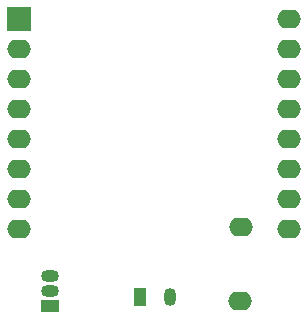
<source format=gbr>
%TF.GenerationSoftware,KiCad,Pcbnew,(6.0.4)*%
%TF.CreationDate,2022-03-20T22:01:37+01:00*%
%TF.ProjectId,opentherm,6f70656e-7468-4657-926d-2e6b69636164,rev?*%
%TF.SameCoordinates,Original*%
%TF.FileFunction,Soldermask,Bot*%
%TF.FilePolarity,Negative*%
%FSLAX46Y46*%
G04 Gerber Fmt 4.6, Leading zero omitted, Abs format (unit mm)*
G04 Created by KiCad (PCBNEW (6.0.4)) date 2022-03-20 22:01:37*
%MOMM*%
%LPD*%
G01*
G04 APERTURE LIST*
%ADD10O,2.000000X1.600000*%
%ADD11R,2.000000X2.000000*%
%ADD12R,1.500000X1.050000*%
%ADD13O,1.500000X1.050000*%
%ADD14R,1.050000X1.500000*%
%ADD15O,1.050000X1.500000*%
G04 APERTURE END LIST*
D10*
%TO.C,*%
X114540613Y-74760164D03*
%TD*%
%TO.C,*%
X114472679Y-80959154D03*
%TD*%
%TO.C,U3*%
X118595000Y-57150000D03*
X118595000Y-59690000D03*
X118595000Y-62230000D03*
X118595000Y-64770000D03*
X118595000Y-67310000D03*
X118595000Y-69850000D03*
X118595000Y-72390000D03*
X118595000Y-74930000D03*
X95735000Y-74930000D03*
X95735000Y-72390000D03*
X95735000Y-69850000D03*
X95735000Y-67310000D03*
X95735000Y-64770000D03*
X95735000Y-62230000D03*
X95735000Y-59690000D03*
D11*
X95735000Y-57150000D03*
%TD*%
D12*
%TO.C,18B20*%
X98348232Y-81437327D03*
D13*
X98348232Y-80167327D03*
X98348232Y-78897327D03*
%TD*%
D14*
%TO.C,J1*%
X105946985Y-80619402D03*
D15*
X108486985Y-80619402D03*
%TD*%
M02*

</source>
